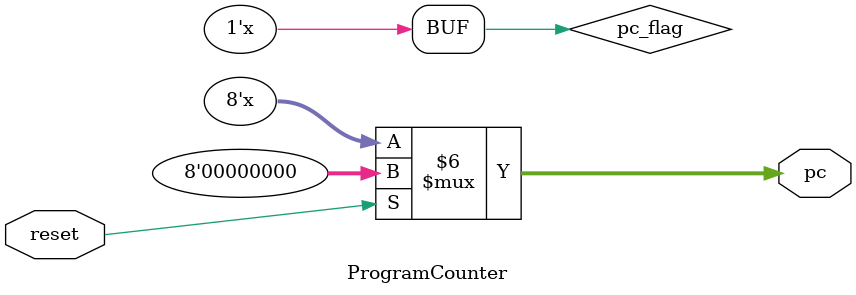
<source format=v>
module ProgramCounter (reset, pc);
input reset; //possible input if a reset funtion is needed?
output reg [7:0] pc = 8'b0; //program counter
wire pc_flag = 1'bx;//flag to initiate pc increment
reg sel_ldr;
reg sel_add;

assign pc_flag = sel_ldr | sel_add; //so the intention is when this assign statement... 
				//...updates (from ldr or str select updating)...

always @(reset, pc_flag)//...this will then increment once or reset 
	begin
		if (reset)
		pc <= 8'b00000000;
		else
		pc <= pc + 1;
	end

MemoryControl MemCrtl(
	.sel_ldr_bus(sel_ldr),
	.sel_add_bus(sel_add)
	);
endmodule
</source>
